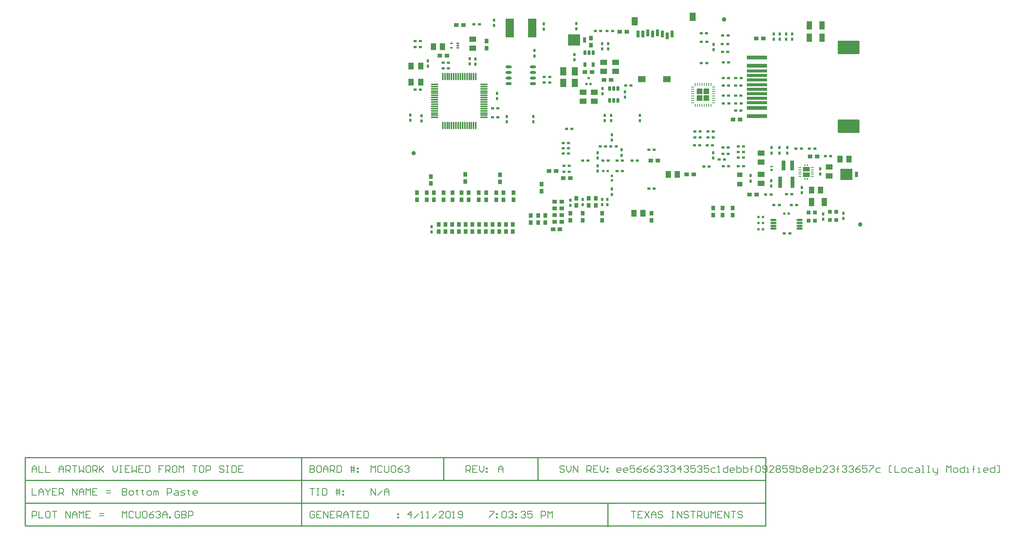
<source format=gbp>
G04*
G04 #@! TF.GenerationSoftware,Altium Limited,Altium Designer,18.1.9 (240)*
G04*
G04 Layer_Color=128*
%FSAX25Y25*%
%MOIN*%
G70*
G01*
G75*
%ADD15C,0.00800*%
%ADD16C,0.01000*%
G04:AMPARAMS|DCode=25|XSize=50mil|YSize=50mil|CornerRadius=2mil|HoleSize=0mil|Usage=FLASHONLY|Rotation=90.000|XOffset=0mil|YOffset=0mil|HoleType=Round|Shape=RoundedRectangle|*
%AMROUNDEDRECTD25*
21,1,0.05000,0.04600,0,0,90.0*
21,1,0.04600,0.05000,0,0,90.0*
1,1,0.00400,0.02300,0.02300*
1,1,0.00400,0.02300,-0.02300*
1,1,0.00400,-0.02300,-0.02300*
1,1,0.00400,-0.02300,0.02300*
%
%ADD25ROUNDEDRECTD25*%
G04:AMPARAMS|DCode=27|XSize=118.11mil|YSize=192.91mil|CornerRadius=1.77mil|HoleSize=0mil|Usage=FLASHONLY|Rotation=90.000|XOffset=0mil|YOffset=0mil|HoleType=Round|Shape=RoundedRectangle|*
%AMROUNDEDRECTD27*
21,1,0.11811,0.18937,0,0,90.0*
21,1,0.11457,0.19291,0,0,90.0*
1,1,0.00354,0.09469,0.05728*
1,1,0.00354,0.09469,-0.05728*
1,1,0.00354,-0.09469,-0.05728*
1,1,0.00354,-0.09469,0.05728*
%
%ADD27ROUNDEDRECTD27*%
G04:AMPARAMS|DCode=28|XSize=31.89mil|YSize=181.1mil|CornerRadius=1.91mil|HoleSize=0mil|Usage=FLASHONLY|Rotation=90.000|XOffset=0mil|YOffset=0mil|HoleType=Round|Shape=RoundedRectangle|*
%AMROUNDEDRECTD28*
21,1,0.03189,0.17728,0,0,90.0*
21,1,0.02806,0.18110,0,0,90.0*
1,1,0.00383,0.08864,0.01403*
1,1,0.00383,0.08864,-0.01403*
1,1,0.00383,-0.08864,-0.01403*
1,1,0.00383,-0.08864,0.01403*
%
%ADD28ROUNDEDRECTD28*%
G04:AMPARAMS|DCode=29|XSize=24.02mil|YSize=181.1mil|CornerRadius=1.92mil|HoleSize=0mil|Usage=FLASHONLY|Rotation=90.000|XOffset=0mil|YOffset=0mil|HoleType=Round|Shape=RoundedRectangle|*
%AMROUNDEDRECTD29*
21,1,0.02402,0.17726,0,0,90.0*
21,1,0.02017,0.18110,0,0,90.0*
1,1,0.00384,0.08863,0.01009*
1,1,0.00384,0.08863,-0.01009*
1,1,0.00384,-0.08863,-0.01009*
1,1,0.00384,-0.08863,0.01009*
%
%ADD29ROUNDEDRECTD29*%
%ADD33R,0.04724X0.04331*%
G04:AMPARAMS|DCode=39|XSize=9.84mil|YSize=23.62mil|CornerRadius=1.97mil|HoleSize=0mil|Usage=FLASHONLY|Rotation=180.000|XOffset=0mil|YOffset=0mil|HoleType=Round|Shape=RoundedRectangle|*
%AMROUNDEDRECTD39*
21,1,0.00984,0.01968,0,0,180.0*
21,1,0.00591,0.02362,0,0,180.0*
1,1,0.00394,-0.00295,0.00984*
1,1,0.00394,0.00295,0.00984*
1,1,0.00394,0.00295,-0.00984*
1,1,0.00394,-0.00295,-0.00984*
%
%ADD39ROUNDEDRECTD39*%
G04:AMPARAMS|DCode=40|XSize=9.84mil|YSize=23.62mil|CornerRadius=1.97mil|HoleSize=0mil|Usage=FLASHONLY|Rotation=90.000|XOffset=0mil|YOffset=0mil|HoleType=Round|Shape=RoundedRectangle|*
%AMROUNDEDRECTD40*
21,1,0.00984,0.01968,0,0,90.0*
21,1,0.00591,0.02362,0,0,90.0*
1,1,0.00394,0.00984,0.00295*
1,1,0.00394,0.00984,-0.00295*
1,1,0.00394,-0.00984,-0.00295*
1,1,0.00394,-0.00984,0.00295*
%
%ADD40ROUNDEDRECTD40*%
%ADD41O,0.05512X0.01772*%
%ADD47C,0.03937*%
G04:AMPARAMS|DCode=52|XSize=23.62mil|YSize=39.37mil|CornerRadius=2.01mil|HoleSize=0mil|Usage=FLASHONLY|Rotation=180.000|XOffset=0mil|YOffset=0mil|HoleType=Round|Shape=RoundedRectangle|*
%AMROUNDEDRECTD52*
21,1,0.02362,0.03535,0,0,180.0*
21,1,0.01961,0.03937,0,0,180.0*
1,1,0.00402,-0.00980,0.01768*
1,1,0.00402,0.00980,0.01768*
1,1,0.00402,0.00980,-0.01768*
1,1,0.00402,-0.00980,-0.01768*
%
%ADD52ROUNDEDRECTD52*%
%ADD54O,0.05500X0.02362*%
%ADD55R,0.03937X0.03740*%
%ADD57R,0.03150X0.02362*%
%ADD58R,0.02362X0.03150*%
%ADD59R,0.03740X0.03937*%
%ADD60R,0.06300X0.05000*%
%ADD140R,0.03347X0.09055*%
%ADD141R,0.01968X0.02362*%
%ADD142R,0.02362X0.02165*%
%ADD143R,0.03504X0.10000*%
%ADD144O,0.07087X0.01181*%
%ADD145O,0.01181X0.07087*%
%ADD146R,0.04921X0.06299*%
G04:AMPARAMS|DCode=147|XSize=35.43mil|YSize=31.5mil|CornerRadius=1.89mil|HoleSize=0mil|Usage=FLASHONLY|Rotation=270.000|XOffset=0mil|YOffset=0mil|HoleType=Round|Shape=RoundedRectangle|*
%AMROUNDEDRECTD147*
21,1,0.03543,0.02772,0,0,270.0*
21,1,0.03165,0.03150,0,0,270.0*
1,1,0.00378,-0.01386,-0.01583*
1,1,0.00378,-0.01386,0.01583*
1,1,0.00378,0.01386,0.01583*
1,1,0.00378,0.01386,-0.01583*
%
%ADD147ROUNDEDRECTD147*%
G04:AMPARAMS|DCode=148|XSize=11.81mil|YSize=26.38mil|CornerRadius=1.95mil|HoleSize=0mil|Usage=FLASHONLY|Rotation=90.000|XOffset=0mil|YOffset=0mil|HoleType=Round|Shape=RoundedRectangle|*
%AMROUNDEDRECTD148*
21,1,0.01181,0.02248,0,0,90.0*
21,1,0.00791,0.02638,0,0,90.0*
1,1,0.00390,0.01124,0.00396*
1,1,0.00390,0.01124,-0.00396*
1,1,0.00390,-0.01124,-0.00396*
1,1,0.00390,-0.01124,0.00396*
%
%ADD148ROUNDEDRECTD148*%
G04:AMPARAMS|DCode=149|XSize=23.62mil|YSize=9.45mil|CornerRadius=1.98mil|HoleSize=0mil|Usage=FLASHONLY|Rotation=180.000|XOffset=0mil|YOffset=0mil|HoleType=Round|Shape=RoundedRectangle|*
%AMROUNDEDRECTD149*
21,1,0.02362,0.00548,0,0,180.0*
21,1,0.01965,0.00945,0,0,180.0*
1,1,0.00397,-0.00983,0.00274*
1,1,0.00397,0.00983,0.00274*
1,1,0.00397,0.00983,-0.00274*
1,1,0.00397,-0.00983,-0.00274*
%
%ADD149ROUNDEDRECTD149*%
%ADD151R,0.01968X0.02362*%
%ADD152R,0.05512X0.07480*%
%ADD153R,0.03150X0.05906*%
%ADD154R,0.07087X0.05512*%
G04:AMPARAMS|DCode=155|XSize=70.87mil|YSize=55.12mil|CornerRadius=1.93mil|HoleSize=0mil|Usage=FLASHONLY|Rotation=90.000|XOffset=0mil|YOffset=0mil|HoleType=Round|Shape=RoundedRectangle|*
%AMROUNDEDRECTD155*
21,1,0.07087,0.05126,0,0,90.0*
21,1,0.06701,0.05512,0,0,90.0*
1,1,0.00386,0.02563,0.03350*
1,1,0.00386,0.02563,-0.03350*
1,1,0.00386,-0.02563,-0.03350*
1,1,0.00386,-0.02563,0.03350*
%
%ADD155ROUNDEDRECTD155*%
%ADD156R,0.07284X0.17165*%
%ADD157R,0.05118X0.07284*%
%ADD158R,0.02362X0.01968*%
%ADD159R,0.03000X0.05000*%
%ADD160R,0.10500X0.10000*%
%ADD161R,0.05000X0.06300*%
%ADD184R,0.01968X0.01772*%
G36*
X0363950Y0093353D02*
X0364005Y0093298D01*
X0364035Y0093225D01*
Y0093186D01*
Y0089407D01*
Y0089367D01*
X0364005Y0089295D01*
X0363950Y0089240D01*
X0363878Y0089210D01*
X0358287D01*
X0358215Y0089240D01*
X0358160Y0089295D01*
X0358130Y0089367D01*
Y0089407D01*
Y0093186D01*
Y0093225D01*
X0358160Y0093298D01*
X0358215Y0093353D01*
X0358287Y0093383D01*
X0363878D01*
X0363950Y0093353D01*
D02*
G37*
G36*
X0362474Y0088392D02*
X0362529Y0088337D01*
X0362559Y0088265D01*
Y0088226D01*
Y0087281D01*
Y0087242D01*
X0362529Y0087169D01*
X0362474Y0087114D01*
X0362401Y0087084D01*
X0361732D01*
X0361660Y0087114D01*
X0361605Y0087169D01*
X0361575Y0087242D01*
Y0087281D01*
Y0088226D01*
Y0088265D01*
X0361605Y0088337D01*
X0361660Y0088392D01*
X0361732Y0088422D01*
X0362401D01*
X0362474Y0088392D01*
D02*
G37*
G36*
X0360505D02*
X0360560Y0088337D01*
X0360590Y0088265D01*
Y0088226D01*
Y0087281D01*
Y0087242D01*
X0360560Y0087169D01*
X0360505Y0087114D01*
X0360433Y0087084D01*
X0359764D01*
X0359691Y0087114D01*
X0359636Y0087169D01*
X0359606Y0087242D01*
Y0087281D01*
Y0088226D01*
Y0088265D01*
X0359636Y0088337D01*
X0359691Y0088392D01*
X0359764Y0088422D01*
X0360433D01*
X0360505Y0088392D01*
D02*
G37*
G36*
X0362362Y0100470D02*
X0362401D01*
X0362474Y0100440D01*
X0362529Y0100384D01*
X0362559Y0100312D01*
Y0100273D01*
Y0099328D01*
Y0099289D01*
X0362529Y0099216D01*
X0362474Y0099161D01*
X0362401Y0099131D01*
X0361732D01*
X0361660Y0099161D01*
X0361605Y0099216D01*
X0361575Y0099289D01*
Y0099328D01*
Y0100273D01*
Y0100312D01*
X0361605Y0100384D01*
X0361660Y0100440D01*
X0361732Y0100470D01*
X0361771Y0100470D01*
X0362362D01*
Y0100470D01*
D02*
G37*
G36*
X0360394D02*
X0360433D01*
X0360505Y0100440D01*
X0360560Y0100384D01*
X0360590Y0100312D01*
Y0100273D01*
Y0099328D01*
Y0099289D01*
X0360560Y0099216D01*
X0360505Y0099161D01*
X0360433Y0099131D01*
X0359764D01*
X0359691Y0099161D01*
X0359636Y0099216D01*
X0359606Y0099289D01*
Y0099328D01*
Y0100273D01*
Y0100312D01*
X0359636Y0100384D01*
X0359691Y0100440D01*
X0359764Y0100470D01*
X0359803Y0100470D01*
X0360394D01*
Y0100470D01*
D02*
G37*
G36*
X0363950Y0098314D02*
X0364005Y0098258D01*
X0364035Y0098186D01*
Y0098147D01*
Y0094367D01*
Y0094328D01*
X0364005Y0094256D01*
X0363950Y0094200D01*
X0363878Y0094170D01*
X0358287D01*
X0358215Y0094200D01*
X0358160Y0094256D01*
X0358130Y0094328D01*
Y0094367D01*
Y0098147D01*
Y0098186D01*
X0358160Y0098258D01*
X0358215Y0098314D01*
X0358287Y0098344D01*
X0363878D01*
X0363950Y0098314D01*
D02*
G37*
G54D15*
X-0248386Y-0188580D02*
Y-0194578D01*
X-0245387D01*
X-0244388Y-0193578D01*
Y-0192579D01*
X-0245387Y-0191579D01*
X-0248386D01*
X-0245387D01*
X-0244388Y-0190579D01*
Y-0189579D01*
X-0245387Y-0188580D01*
X-0248386D01*
X-0241389Y-0194578D02*
X-0239389D01*
X-0238390Y-0193578D01*
Y-0191579D01*
X-0239389Y-0190579D01*
X-0241389D01*
X-0242388Y-0191579D01*
Y-0193578D01*
X-0241389Y-0194578D01*
X-0235391Y-0189579D02*
Y-0190579D01*
X-0236390D01*
X-0234391D01*
X-0235391D01*
Y-0193578D01*
X-0234391Y-0194578D01*
X-0230392Y-0189579D02*
Y-0190579D01*
X-0231392D01*
X-0229393D01*
X-0230392D01*
Y-0193578D01*
X-0229393Y-0194578D01*
X-0225394D02*
X-0223394D01*
X-0222395Y-0193578D01*
Y-0191579D01*
X-0223394Y-0190579D01*
X-0225394D01*
X-0226394Y-0191579D01*
Y-0193578D01*
X-0225394Y-0194578D01*
X-0220395D02*
Y-0190579D01*
X-0219396D01*
X-0218396Y-0191579D01*
Y-0194578D01*
Y-0191579D01*
X-0217396Y-0190579D01*
X-0216397Y-0191579D01*
Y-0194578D01*
X-0208399D02*
Y-0188580D01*
X-0205400D01*
X-0204401Y-0189579D01*
Y-0191579D01*
X-0205400Y-0192579D01*
X-0208399D01*
X-0201402Y-0190579D02*
X-0199402D01*
X-0198403Y-0191579D01*
Y-0194578D01*
X-0201402D01*
X-0202401Y-0193578D01*
X-0201402Y-0192579D01*
X-0198403D01*
X-0196403Y-0194578D02*
X-0193404D01*
X-0192404Y-0193578D01*
X-0193404Y-0192579D01*
X-0195404D01*
X-0196403Y-0191579D01*
X-0195404Y-0190579D01*
X-0192404D01*
X-0189406Y-0189579D02*
Y-0190579D01*
X-0190405D01*
X-0188406D01*
X-0189406D01*
Y-0193578D01*
X-0188406Y-0194578D01*
X-0182408D02*
X-0184407D01*
X-0185407Y-0193578D01*
Y-0191579D01*
X-0184407Y-0190579D01*
X-0182408D01*
X-0181408Y-0191579D01*
Y-0192579D01*
X-0185407D01*
X0195113Y-0174295D02*
X0193113D01*
X0192114Y-0173296D01*
Y-0171296D01*
X0193113Y-0170297D01*
X0195113D01*
X0196112Y-0171296D01*
Y-0172296D01*
X0192114D01*
X0201111Y-0174295D02*
X0199111D01*
X0198112Y-0173296D01*
Y-0171296D01*
X0199111Y-0170297D01*
X0201111D01*
X0202110Y-0171296D01*
Y-0172296D01*
X0198112D01*
X0208108Y-0168297D02*
X0204110D01*
Y-0171296D01*
X0206109Y-0170297D01*
X0207109D01*
X0208108Y-0171296D01*
Y-0173296D01*
X0207109Y-0174295D01*
X0205109D01*
X0204110Y-0173296D01*
X0214106Y-0168297D02*
X0212107Y-0169297D01*
X0210108Y-0171296D01*
Y-0173296D01*
X0211107Y-0174295D01*
X0213107D01*
X0214106Y-0173296D01*
Y-0172296D01*
X0213107Y-0171296D01*
X0210108D01*
X0220105Y-0168297D02*
X0218105Y-0169297D01*
X0216106Y-0171296D01*
Y-0173296D01*
X0217106Y-0174295D01*
X0219105D01*
X0220105Y-0173296D01*
Y-0172296D01*
X0219105Y-0171296D01*
X0216106D01*
X0226103Y-0168297D02*
X0224103Y-0169297D01*
X0222104Y-0171296D01*
Y-0173296D01*
X0223104Y-0174295D01*
X0225103D01*
X0226103Y-0173296D01*
Y-0172296D01*
X0225103Y-0171296D01*
X0222104D01*
X0228102Y-0169297D02*
X0229102Y-0168297D01*
X0231101D01*
X0232101Y-0169297D01*
Y-0170297D01*
X0231101Y-0171296D01*
X0230101D01*
X0231101D01*
X0232101Y-0172296D01*
Y-0173296D01*
X0231101Y-0174295D01*
X0229102D01*
X0228102Y-0173296D01*
X0234100Y-0169297D02*
X0235100Y-0168297D01*
X0237099D01*
X0238099Y-0169297D01*
Y-0170297D01*
X0237099Y-0171296D01*
X0236099D01*
X0237099D01*
X0238099Y-0172296D01*
Y-0173296D01*
X0237099Y-0174295D01*
X0235100D01*
X0234100Y-0173296D01*
X0240098Y-0169297D02*
X0241098Y-0168297D01*
X0243097D01*
X0244097Y-0169297D01*
Y-0170297D01*
X0243097Y-0171296D01*
X0242097D01*
X0243097D01*
X0244097Y-0172296D01*
Y-0173296D01*
X0243097Y-0174295D01*
X0241098D01*
X0240098Y-0173296D01*
X0249095Y-0174295D02*
Y-0168297D01*
X0246096Y-0171296D01*
X0250095D01*
X0252094Y-0169297D02*
X0253094Y-0168297D01*
X0255093D01*
X0256093Y-0169297D01*
Y-0170297D01*
X0255093Y-0171296D01*
X0254094D01*
X0255093D01*
X0256093Y-0172296D01*
Y-0173296D01*
X0255093Y-0174295D01*
X0253094D01*
X0252094Y-0173296D01*
X0262091Y-0168297D02*
X0258092D01*
Y-0171296D01*
X0260092Y-0170297D01*
X0261091D01*
X0262091Y-0171296D01*
Y-0173296D01*
X0261091Y-0174295D01*
X0259092D01*
X0258092Y-0173296D01*
X0264090Y-0169297D02*
X0265090Y-0168297D01*
X0267089D01*
X0268089Y-0169297D01*
Y-0170297D01*
X0267089Y-0171296D01*
X0266090D01*
X0267089D01*
X0268089Y-0172296D01*
Y-0173296D01*
X0267089Y-0174295D01*
X0265090D01*
X0264090Y-0173296D01*
X0274087Y-0168297D02*
X0270088D01*
Y-0171296D01*
X0272088Y-0170297D01*
X0273087D01*
X0274087Y-0171296D01*
Y-0173296D01*
X0273087Y-0174295D01*
X0271088D01*
X0270088Y-0173296D01*
X0280085Y-0170297D02*
X0277086D01*
X0276086Y-0171296D01*
Y-0173296D01*
X0277086Y-0174295D01*
X0280085D01*
X0282084D02*
X0284084D01*
X0283084D01*
Y-0168297D01*
X0282084Y-0169297D01*
X0291082Y-0168297D02*
Y-0174295D01*
X0288083D01*
X0287083Y-0173296D01*
Y-0171296D01*
X0288083Y-0170297D01*
X0291082D01*
X0296080Y-0174295D02*
X0294081D01*
X0293081Y-0173296D01*
Y-0171296D01*
X0294081Y-0170297D01*
X0296080D01*
X0297080Y-0171296D01*
Y-0172296D01*
X0293081D01*
X0299079Y-0168297D02*
Y-0174295D01*
X0302078D01*
X0303078Y-0173296D01*
Y-0172296D01*
Y-0171296D01*
X0302078Y-0170297D01*
X0299079D01*
X0305077Y-0168297D02*
Y-0174295D01*
X0308076D01*
X0309076Y-0173296D01*
Y-0172296D01*
Y-0171296D01*
X0308076Y-0170297D01*
X0305077D01*
X0312075Y-0174295D02*
Y-0169297D01*
Y-0171296D01*
X0311075D01*
X0313074D01*
X0312075D01*
Y-0169297D01*
X0313074Y-0168297D01*
X0316073Y-0169297D02*
X0317073Y-0168297D01*
X0319073D01*
X0320072Y-0169297D01*
Y-0173296D01*
X0319073Y-0174295D01*
X0317073D01*
X0316073Y-0173296D01*
Y-0169297D01*
X0322072Y-0173296D02*
X0323071Y-0174295D01*
X0325071D01*
X0326070Y-0173296D01*
Y-0169297D01*
X0325071Y-0168297D01*
X0323071D01*
X0322072Y-0169297D01*
Y-0170297D01*
X0323071Y-0171296D01*
X0326070D01*
X0332068Y-0174295D02*
X0328070D01*
X0332068Y-0170297D01*
Y-0169297D01*
X0331069Y-0168297D01*
X0329069D01*
X0328070Y-0169297D01*
X0334068D02*
X0335067Y-0168297D01*
X0337067D01*
X0338066Y-0169297D01*
Y-0170297D01*
X0337067Y-0171296D01*
X0338066Y-0172296D01*
Y-0173296D01*
X0337067Y-0174295D01*
X0335067D01*
X0334068Y-0173296D01*
Y-0172296D01*
X0335067Y-0171296D01*
X0334068Y-0170297D01*
Y-0169297D01*
X0335067Y-0171296D02*
X0337067D01*
X0344064Y-0168297D02*
X0340066D01*
Y-0171296D01*
X0342065Y-0170297D01*
X0343065D01*
X0344064Y-0171296D01*
Y-0173296D01*
X0343065Y-0174295D01*
X0341065D01*
X0340066Y-0173296D01*
X0346064D02*
X0347063Y-0174295D01*
X0349063D01*
X0350062Y-0173296D01*
Y-0169297D01*
X0349063Y-0168297D01*
X0347063D01*
X0346064Y-0169297D01*
Y-0170297D01*
X0347063Y-0171296D01*
X0350062D01*
X0352062Y-0168297D02*
Y-0174295D01*
X0355061D01*
X0356061Y-0173296D01*
Y-0172296D01*
Y-0171296D01*
X0355061Y-0170297D01*
X0352062D01*
X0358060Y-0169297D02*
X0359060Y-0168297D01*
X0361059D01*
X0362059Y-0169297D01*
Y-0170297D01*
X0361059Y-0171296D01*
X0362059Y-0172296D01*
Y-0173296D01*
X0361059Y-0174295D01*
X0359060D01*
X0358060Y-0173296D01*
Y-0172296D01*
X0359060Y-0171296D01*
X0358060Y-0170297D01*
Y-0169297D01*
X0359060Y-0171296D02*
X0361059D01*
X0367057Y-0174295D02*
X0365058D01*
X0364058Y-0173296D01*
Y-0171296D01*
X0365058Y-0170297D01*
X0367057D01*
X0368057Y-0171296D01*
Y-0172296D01*
X0364058D01*
X0370056Y-0168297D02*
Y-0174295D01*
X0373055D01*
X0374055Y-0173296D01*
Y-0172296D01*
Y-0171296D01*
X0373055Y-0170297D01*
X0370056D01*
X0380053Y-0174295D02*
X0376054D01*
X0380053Y-0170297D01*
Y-0169297D01*
X0379053Y-0168297D01*
X0377054D01*
X0376054Y-0169297D01*
X0382052D02*
X0383052Y-0168297D01*
X0385051D01*
X0386051Y-0169297D01*
Y-0170297D01*
X0385051Y-0171296D01*
X0384051D01*
X0385051D01*
X0386051Y-0172296D01*
Y-0173296D01*
X0385051Y-0174295D01*
X0383052D01*
X0382052Y-0173296D01*
X0389050Y-0174295D02*
Y-0169297D01*
Y-0171296D01*
X0388050D01*
X0390050D01*
X0389050D01*
Y-0169297D01*
X0390050Y-0168297D01*
X0393049Y-0169297D02*
X0394048Y-0168297D01*
X0396048D01*
X0397047Y-0169297D01*
Y-0170297D01*
X0396048Y-0171296D01*
X0395048D01*
X0396048D01*
X0397047Y-0172296D01*
Y-0173296D01*
X0396048Y-0174295D01*
X0394048D01*
X0393049Y-0173296D01*
X0399047Y-0169297D02*
X0400046Y-0168297D01*
X0402046D01*
X0403045Y-0169297D01*
Y-0170297D01*
X0402046Y-0171296D01*
X0401046D01*
X0402046D01*
X0403045Y-0172296D01*
Y-0173296D01*
X0402046Y-0174295D01*
X0400046D01*
X0399047Y-0173296D01*
X0409043Y-0168297D02*
X0407044Y-0169297D01*
X0405045Y-0171296D01*
Y-0173296D01*
X0406044Y-0174295D01*
X0408044D01*
X0409043Y-0173296D01*
Y-0172296D01*
X0408044Y-0171296D01*
X0405045D01*
X0415041Y-0168297D02*
X0411043D01*
Y-0171296D01*
X0413042Y-0170297D01*
X0414042D01*
X0415041Y-0171296D01*
Y-0173296D01*
X0414042Y-0174295D01*
X0412043D01*
X0411043Y-0173296D01*
X0417041Y-0168297D02*
X0421039D01*
Y-0169297D01*
X0417041Y-0173296D01*
Y-0174295D01*
X0427038Y-0170297D02*
X0424039D01*
X0423039Y-0171296D01*
Y-0173296D01*
X0424039Y-0174295D01*
X0427038D01*
X0437034D02*
X0435035D01*
Y-0168297D01*
X0437034D01*
X0440033D02*
Y-0174295D01*
X0444032D01*
X0447031D02*
X0449030D01*
X0450030Y-0173296D01*
Y-0171296D01*
X0449030Y-0170297D01*
X0447031D01*
X0446032Y-0171296D01*
Y-0173296D01*
X0447031Y-0174295D01*
X0456028Y-0170297D02*
X0453029D01*
X0452030Y-0171296D01*
Y-0173296D01*
X0453029Y-0174295D01*
X0456028D01*
X0459027Y-0170297D02*
X0461027D01*
X0462026Y-0171296D01*
Y-0174295D01*
X0459027D01*
X0458028Y-0173296D01*
X0459027Y-0172296D01*
X0462026D01*
X0464026Y-0174295D02*
X0466025D01*
X0465025D01*
Y-0168297D01*
X0464026D01*
X0469024Y-0174295D02*
X0471023D01*
X0470024D01*
Y-0168297D01*
X0469024D01*
X0474022Y-0170297D02*
Y-0173296D01*
X0475022Y-0174295D01*
X0478021D01*
Y-0175295D01*
X0477021Y-0176295D01*
X0476022D01*
X0478021Y-0174295D02*
Y-0170297D01*
X0486019Y-0174295D02*
Y-0168297D01*
X0488018Y-0170297D01*
X0490017Y-0168297D01*
Y-0174295D01*
X0493016D02*
X0495016D01*
X0496015Y-0173296D01*
Y-0171296D01*
X0495016Y-0170297D01*
X0493016D01*
X0492017Y-0171296D01*
Y-0173296D01*
X0493016Y-0174295D01*
X0502013Y-0168297D02*
Y-0174295D01*
X0499014D01*
X0498015Y-0173296D01*
Y-0171296D01*
X0499014Y-0170297D01*
X0502013D01*
X0504013Y-0174295D02*
X0506012D01*
X0505012D01*
Y-0170297D01*
X0504013D01*
X0510011Y-0174295D02*
Y-0169297D01*
Y-0171296D01*
X0509011D01*
X0511010D01*
X0510011D01*
Y-0169297D01*
X0511010Y-0168297D01*
X0514010Y-0174295D02*
X0516009D01*
X0515009D01*
Y-0170297D01*
X0514010D01*
X0522007Y-0174295D02*
X0520008D01*
X0519008Y-0173296D01*
Y-0171296D01*
X0520008Y-0170297D01*
X0522007D01*
X0523006Y-0171296D01*
Y-0172296D01*
X0519008D01*
X0529005Y-0168297D02*
Y-0174295D01*
X0526006D01*
X0525006Y-0173296D01*
Y-0171296D01*
X0526006Y-0170297D01*
X0529005D01*
X0531004Y-0174295D02*
X0533003D01*
Y-0168297D01*
X0531004D01*
X0145512Y-0169297D02*
X0144513Y-0168297D01*
X0142513D01*
X0141514Y-0169297D01*
Y-0170297D01*
X0142513Y-0171296D01*
X0144513D01*
X0145512Y-0172296D01*
Y-0173296D01*
X0144513Y-0174295D01*
X0142513D01*
X0141514Y-0173296D01*
X0147512Y-0168297D02*
Y-0172296D01*
X0149511Y-0174295D01*
X0151510Y-0172296D01*
Y-0168297D01*
X0153510Y-0174295D02*
Y-0168297D01*
X0157508Y-0174295D01*
Y-0168297D01*
X0165506Y-0174295D02*
Y-0168297D01*
X0168505D01*
X0169504Y-0169297D01*
Y-0171296D01*
X0168505Y-0172296D01*
X0165506D01*
X0167505D02*
X0169504Y-0174295D01*
X0175503Y-0168297D02*
X0171504D01*
Y-0174295D01*
X0175503D01*
X0171504Y-0171296D02*
X0173503D01*
X0177502Y-0168297D02*
Y-0172296D01*
X0179501Y-0174295D01*
X0181501Y-0172296D01*
Y-0168297D01*
X0183500Y-0170297D02*
X0184500D01*
Y-0171296D01*
X0183500D01*
Y-0170297D01*
Y-0173296D02*
X0184500D01*
Y-0174295D01*
X0183500D01*
Y-0173296D01*
X0057714Y-0174295D02*
Y-0168297D01*
X0060713D01*
X0061712Y-0169297D01*
Y-0171296D01*
X0060713Y-0172296D01*
X0057714D01*
X0059713D02*
X0061712Y-0174295D01*
X0067710Y-0168297D02*
X0063712D01*
Y-0174295D01*
X0067710D01*
X0063712Y-0171296D02*
X0065711D01*
X0069710Y-0168297D02*
Y-0172296D01*
X0071709Y-0174295D01*
X0073708Y-0172296D01*
Y-0168297D01*
X0075708Y-0170297D02*
X0076708D01*
Y-0171296D01*
X0075708D01*
Y-0170297D01*
Y-0173296D02*
X0076708D01*
Y-0174295D01*
X0075708D01*
Y-0173296D01*
X-0248386Y-0215162D02*
Y-0209164D01*
X-0246387Y-0211163D01*
X-0244388Y-0209164D01*
Y-0215162D01*
X-0238390Y-0210164D02*
X-0239389Y-0209164D01*
X-0241389D01*
X-0242388Y-0210164D01*
Y-0214162D01*
X-0241389Y-0215162D01*
X-0239389D01*
X-0238390Y-0214162D01*
X-0236390Y-0209164D02*
Y-0214162D01*
X-0235391Y-0215162D01*
X-0233391D01*
X-0232392Y-0214162D01*
Y-0209164D01*
X-0230392Y-0210164D02*
X-0229393Y-0209164D01*
X-0227393D01*
X-0226394Y-0210164D01*
Y-0214162D01*
X-0227393Y-0215162D01*
X-0229393D01*
X-0230392Y-0214162D01*
Y-0210164D01*
X-0220395Y-0209164D02*
X-0222395Y-0210164D01*
X-0224394Y-0212163D01*
Y-0214162D01*
X-0223394Y-0215162D01*
X-0221395D01*
X-0220395Y-0214162D01*
Y-0213163D01*
X-0221395Y-0212163D01*
X-0224394D01*
X-0218396Y-0210164D02*
X-0217396Y-0209164D01*
X-0215397D01*
X-0214397Y-0210164D01*
Y-0211163D01*
X-0215397Y-0212163D01*
X-0216397D01*
X-0215397D01*
X-0214397Y-0213163D01*
Y-0214162D01*
X-0215397Y-0215162D01*
X-0217396D01*
X-0218396Y-0214162D01*
X-0212398Y-0215162D02*
Y-0211163D01*
X-0210399Y-0209164D01*
X-0208399Y-0211163D01*
Y-0215162D01*
Y-0212163D01*
X-0212398D01*
X-0206400Y-0215162D02*
Y-0214162D01*
X-0205400D01*
Y-0215162D01*
X-0206400D01*
X-0197403Y-0210164D02*
X-0198403Y-0209164D01*
X-0200402D01*
X-0201402Y-0210164D01*
Y-0214162D01*
X-0200402Y-0215162D01*
X-0198403D01*
X-0197403Y-0214162D01*
Y-0212163D01*
X-0199402D01*
X-0195404Y-0209164D02*
Y-0215162D01*
X-0192404D01*
X-0191405Y-0214162D01*
Y-0213163D01*
X-0192404Y-0212163D01*
X-0195404D01*
X-0192404D01*
X-0191405Y-0211163D01*
Y-0210164D01*
X-0192404Y-0209164D01*
X-0195404D01*
X-0189406Y-0215162D02*
Y-0209164D01*
X-0186406D01*
X-0185407Y-0210164D01*
Y-0212163D01*
X-0186406Y-0213163D01*
X-0189406D01*
X0008863Y-0215162D02*
Y-0209164D01*
X0005864Y-0212163D01*
X0009862D01*
X0011862Y-0215162D02*
X0015860Y-0211163D01*
X0017860Y-0215162D02*
X0019859D01*
X0018859D01*
Y-0209164D01*
X0017860Y-0210164D01*
X0022858Y-0215162D02*
X0024858D01*
X0023858D01*
Y-0209164D01*
X0022858Y-0210164D01*
X0027856Y-0215162D02*
X0031855Y-0211163D01*
X0037853Y-0215162D02*
X0033854D01*
X0037853Y-0211163D01*
Y-0210164D01*
X0036854Y-0209164D01*
X0034854D01*
X0033854Y-0210164D01*
X0039853D02*
X0040852Y-0209164D01*
X0042852D01*
X0043851Y-0210164D01*
Y-0214162D01*
X0042852Y-0215162D01*
X0040852D01*
X0039853Y-0214162D01*
Y-0210164D01*
X0045851Y-0215162D02*
X0047850D01*
X0046850D01*
Y-0209164D01*
X0045851Y-0210164D01*
X0050849Y-0214162D02*
X0051849Y-0215162D01*
X0053848D01*
X0054848Y-0214162D01*
Y-0210164D01*
X0053848Y-0209164D01*
X0051849D01*
X0050849Y-0210164D01*
Y-0211163D01*
X0051849Y-0212163D01*
X0054848D01*
X-0077088Y-0210164D02*
X-0078087Y-0209164D01*
X-0080087D01*
X-0081086Y-0210164D01*
Y-0214162D01*
X-0080087Y-0215162D01*
X-0078087D01*
X-0077088Y-0214162D01*
Y-0212163D01*
X-0079087D01*
X-0071090Y-0209164D02*
X-0075088D01*
Y-0215162D01*
X-0071090D01*
X-0075088Y-0212163D02*
X-0073089D01*
X-0069090Y-0215162D02*
Y-0209164D01*
X-0065092Y-0215162D01*
Y-0209164D01*
X-0059093D02*
X-0063092D01*
Y-0215162D01*
X-0059093D01*
X-0063092Y-0212163D02*
X-0061093D01*
X-0057094Y-0215162D02*
Y-0209164D01*
X-0054095D01*
X-0053096Y-0210164D01*
Y-0212163D01*
X-0054095Y-0213163D01*
X-0057094D01*
X-0055095D02*
X-0053096Y-0215162D01*
X-0051096D02*
Y-0211163D01*
X-0049097Y-0209164D01*
X-0047097Y-0211163D01*
Y-0215162D01*
Y-0212163D01*
X-0051096D01*
X-0045098Y-0209164D02*
X-0041099D01*
X-0043099D01*
Y-0215162D01*
X-0035101Y-0209164D02*
X-0039100D01*
Y-0215162D01*
X-0035101D01*
X-0039100Y-0212163D02*
X-0037101D01*
X-0033102Y-0209164D02*
Y-0215162D01*
X-0030103D01*
X-0029103Y-0214162D01*
Y-0210164D01*
X-0030103Y-0209164D01*
X-0033102D01*
X-0003112Y-0211163D02*
X-0002112D01*
Y-0212163D01*
X-0003112D01*
Y-0211163D01*
Y-0214162D02*
X-0002112D01*
Y-0215162D01*
X-0003112D01*
Y-0214162D01*
X-0328936Y-0174295D02*
Y-0170297D01*
X-0326937Y-0168297D01*
X-0324938Y-0170297D01*
Y-0174295D01*
Y-0171296D01*
X-0328936D01*
X-0322938Y-0168297D02*
Y-0174295D01*
X-0318940D01*
X-0316940Y-0168297D02*
Y-0174295D01*
X-0312942D01*
X-0304944D02*
Y-0170297D01*
X-0302945Y-0168297D01*
X-0300945Y-0170297D01*
Y-0174295D01*
Y-0171296D01*
X-0304944D01*
X-0298946Y-0174295D02*
Y-0168297D01*
X-0295947D01*
X-0294947Y-0169297D01*
Y-0171296D01*
X-0295947Y-0172296D01*
X-0298946D01*
X-0296947D02*
X-0294947Y-0174295D01*
X-0292948Y-0168297D02*
X-0288949D01*
X-0290949D01*
Y-0174295D01*
X-0286950Y-0168297D02*
Y-0174295D01*
X-0284951Y-0172296D01*
X-0282951Y-0174295D01*
Y-0168297D01*
X-0277953D02*
X-0279952D01*
X-0280952Y-0169297D01*
Y-0173296D01*
X-0279952Y-0174295D01*
X-0277953D01*
X-0276953Y-0173296D01*
Y-0169297D01*
X-0277953Y-0168297D01*
X-0274954Y-0174295D02*
Y-0168297D01*
X-0271955D01*
X-0270955Y-0169297D01*
Y-0171296D01*
X-0271955Y-0172296D01*
X-0274954D01*
X-0272955D02*
X-0270955Y-0174295D01*
X-0268956Y-0168297D02*
Y-0174295D01*
Y-0172296D01*
X-0264957Y-0168297D01*
X-0267956Y-0171296D01*
X-0264957Y-0174295D01*
X-0256960Y-0168297D02*
Y-0172296D01*
X-0254960Y-0174295D01*
X-0252961Y-0172296D01*
Y-0168297D01*
X-0250962D02*
X-0248962D01*
X-0249962D01*
Y-0174295D01*
X-0250962D01*
X-0248962D01*
X-0241965Y-0168297D02*
X-0245963D01*
Y-0174295D01*
X-0241965D01*
X-0245963Y-0171296D02*
X-0243964D01*
X-0239965Y-0168297D02*
Y-0174295D01*
X-0237966Y-0172296D01*
X-0235966Y-0174295D01*
Y-0168297D01*
X-0229968D02*
X-0233967D01*
Y-0174295D01*
X-0229968D01*
X-0233967Y-0171296D02*
X-0231968D01*
X-0227969Y-0168297D02*
Y-0174295D01*
X-0224970D01*
X-0223970Y-0173296D01*
Y-0169297D01*
X-0224970Y-0168297D01*
X-0227969D01*
X-0211974D02*
X-0215973D01*
Y-0171296D01*
X-0213974D01*
X-0215973D01*
Y-0174295D01*
X-0209975D02*
Y-0168297D01*
X-0206976D01*
X-0205976Y-0169297D01*
Y-0171296D01*
X-0206976Y-0172296D01*
X-0209975D01*
X-0207976D02*
X-0205976Y-0174295D01*
X-0200978Y-0168297D02*
X-0202977D01*
X-0203977Y-0169297D01*
Y-0173296D01*
X-0202977Y-0174295D01*
X-0200978D01*
X-0199978Y-0173296D01*
Y-0169297D01*
X-0200978Y-0168297D01*
X-0197979Y-0174295D02*
Y-0168297D01*
X-0195979Y-0170297D01*
X-0193980Y-0168297D01*
Y-0174295D01*
X-0185983Y-0168297D02*
X-0181984D01*
X-0183983D01*
Y-0174295D01*
X-0176986Y-0168297D02*
X-0178985D01*
X-0179985Y-0169297D01*
Y-0173296D01*
X-0178985Y-0174295D01*
X-0176986D01*
X-0175986Y-0173296D01*
Y-0169297D01*
X-0176986Y-0168297D01*
X-0173986Y-0174295D02*
Y-0168297D01*
X-0170987D01*
X-0169988Y-0169297D01*
Y-0171296D01*
X-0170987Y-0172296D01*
X-0173986D01*
X-0157992Y-0169297D02*
X-0158991Y-0168297D01*
X-0160991D01*
X-0161990Y-0169297D01*
Y-0170297D01*
X-0160991Y-0171296D01*
X-0158991D01*
X-0157992Y-0172296D01*
Y-0173296D01*
X-0158991Y-0174295D01*
X-0160991D01*
X-0161990Y-0173296D01*
X-0155992Y-0168297D02*
X-0153993D01*
X-0154993D01*
Y-0174295D01*
X-0155992D01*
X-0153993D01*
X-0150994Y-0168297D02*
Y-0174295D01*
X-0147995D01*
X-0146995Y-0173296D01*
Y-0169297D01*
X-0147995Y-0168297D01*
X-0150994D01*
X-0140997D02*
X-0144996D01*
Y-0174295D01*
X-0140997D01*
X-0144996Y-0171296D02*
X-0142997D01*
X0086864Y-0174295D02*
Y-0170297D01*
X0088863Y-0168297D01*
X0090862Y-0170297D01*
Y-0174295D01*
Y-0171296D01*
X0086864D01*
X-0026736Y-0174295D02*
Y-0168297D01*
X-0024737Y-0170297D01*
X-0022738Y-0168297D01*
Y-0174295D01*
X-0016740Y-0169297D02*
X-0017739Y-0168297D01*
X-0019739D01*
X-0020738Y-0169297D01*
Y-0173296D01*
X-0019739Y-0174295D01*
X-0017739D01*
X-0016740Y-0173296D01*
X-0014740Y-0168297D02*
Y-0173296D01*
X-0013741Y-0174295D01*
X-0011741D01*
X-0010742Y-0173296D01*
Y-0168297D01*
X-0008742Y-0169297D02*
X-0007743Y-0168297D01*
X-0005743D01*
X-0004744Y-0169297D01*
Y-0173296D01*
X-0005743Y-0174295D01*
X-0007743D01*
X-0008742Y-0173296D01*
Y-0169297D01*
X0001255Y-0168297D02*
X-0000745Y-0169297D01*
X-0002744Y-0171296D01*
Y-0173296D01*
X-0001744Y-0174295D01*
X0000255D01*
X0001255Y-0173296D01*
Y-0172296D01*
X0000255Y-0171296D01*
X-0002744D01*
X0003254Y-0169297D02*
X0004254Y-0168297D01*
X0006253D01*
X0007253Y-0169297D01*
Y-0170297D01*
X0006253Y-0171296D01*
X0005253D01*
X0006253D01*
X0007253Y-0172296D01*
Y-0173296D01*
X0006253Y-0174295D01*
X0004254D01*
X0003254Y-0173296D01*
X-0081286Y-0168297D02*
Y-0174295D01*
X-0078287D01*
X-0077288Y-0173296D01*
Y-0172296D01*
X-0078287Y-0171296D01*
X-0081286D01*
X-0078287D01*
X-0077288Y-0170297D01*
Y-0169297D01*
X-0078287Y-0168297D01*
X-0081286D01*
X-0072289D02*
X-0074289D01*
X-0075288Y-0169297D01*
Y-0173296D01*
X-0074289Y-0174295D01*
X-0072289D01*
X-0071290Y-0173296D01*
Y-0169297D01*
X-0072289Y-0168297D01*
X-0069290Y-0174295D02*
Y-0170297D01*
X-0067291Y-0168297D01*
X-0065292Y-0170297D01*
Y-0174295D01*
Y-0171296D01*
X-0069290D01*
X-0063292Y-0174295D02*
Y-0168297D01*
X-0060293D01*
X-0059294Y-0169297D01*
Y-0171296D01*
X-0060293Y-0172296D01*
X-0063292D01*
X-0061293D02*
X-0059294Y-0174295D01*
X-0057294Y-0168297D02*
Y-0174295D01*
X-0054295D01*
X-0053295Y-0173296D01*
Y-0169297D01*
X-0054295Y-0168297D01*
X-0057294D01*
X-0044298Y-0174295D02*
Y-0168297D01*
X-0042299D02*
Y-0174295D01*
X-0045298Y-0170297D02*
X-0042299D01*
X-0041299D01*
X-0045298Y-0172296D02*
X-0041299D01*
X-0039300Y-0170297D02*
X-0038300D01*
Y-0171296D01*
X-0039300D01*
Y-0170297D01*
Y-0173296D02*
X-0038300D01*
Y-0174295D01*
X-0039300D01*
Y-0173296D01*
X-0328936Y-0188580D02*
Y-0194578D01*
X-0324938D01*
X-0322938D02*
Y-0190579D01*
X-0320939Y-0188580D01*
X-0318940Y-0190579D01*
Y-0194578D01*
Y-0191579D01*
X-0322938D01*
X-0316940Y-0188580D02*
Y-0189579D01*
X-0314941Y-0191579D01*
X-0312942Y-0189579D01*
Y-0188580D01*
X-0314941Y-0191579D02*
Y-0194578D01*
X-0306943Y-0188580D02*
X-0310942D01*
Y-0194578D01*
X-0306943D01*
X-0310942Y-0191579D02*
X-0308943D01*
X-0304944Y-0194578D02*
Y-0188580D01*
X-0301945D01*
X-0300945Y-0189579D01*
Y-0191579D01*
X-0301945Y-0192579D01*
X-0304944D01*
X-0302945D02*
X-0300945Y-0194578D01*
X-0292948D02*
Y-0188580D01*
X-0288949Y-0194578D01*
Y-0188580D01*
X-0286950Y-0194578D02*
Y-0190579D01*
X-0284951Y-0188580D01*
X-0282951Y-0190579D01*
Y-0194578D01*
Y-0191579D01*
X-0286950D01*
X-0280952Y-0194578D02*
Y-0188580D01*
X-0278953Y-0190579D01*
X-0276953Y-0188580D01*
Y-0194578D01*
X-0270955Y-0188580D02*
X-0274954D01*
Y-0194578D01*
X-0270955D01*
X-0274954Y-0191579D02*
X-0272955D01*
X-0262958Y-0192579D02*
X-0258959D01*
X-0262958Y-0190579D02*
X-0258959D01*
X-0328936Y-0215162D02*
Y-0209164D01*
X-0325937D01*
X-0324938Y-0210164D01*
Y-0212163D01*
X-0325937Y-0213163D01*
X-0328936D01*
X-0322938Y-0209164D02*
Y-0215162D01*
X-0318940D01*
X-0313941Y-0209164D02*
X-0315941D01*
X-0316940Y-0210164D01*
Y-0214162D01*
X-0315941Y-0215162D01*
X-0313941D01*
X-0312942Y-0214162D01*
Y-0210164D01*
X-0313941Y-0209164D01*
X-0310942D02*
X-0306943D01*
X-0308943D01*
Y-0215162D01*
X-0298946D02*
Y-0209164D01*
X-0294947Y-0215162D01*
Y-0209164D01*
X-0292948Y-0215162D02*
Y-0211163D01*
X-0290949Y-0209164D01*
X-0288949Y-0211163D01*
Y-0215162D01*
Y-0212163D01*
X-0292948D01*
X-0286950Y-0215162D02*
Y-0209164D01*
X-0284951Y-0211163D01*
X-0282951Y-0209164D01*
Y-0215162D01*
X-0276953Y-0209164D02*
X-0280952D01*
Y-0215162D01*
X-0276953D01*
X-0280952Y-0212163D02*
X-0278953D01*
X-0268956Y-0213163D02*
X-0264957D01*
X-0268956Y-0211163D02*
X-0264957D01*
X0078764Y-0209164D02*
X0082762D01*
Y-0210164D01*
X0078764Y-0214162D01*
Y-0215162D01*
X0084762Y-0211163D02*
X0085761D01*
Y-0212163D01*
X0084762D01*
Y-0211163D01*
Y-0214162D02*
X0085761D01*
Y-0215162D01*
X0084762D01*
Y-0214162D01*
X0089760Y-0210164D02*
X0090760Y-0209164D01*
X0092759D01*
X0093759Y-0210164D01*
Y-0214162D01*
X0092759Y-0215162D01*
X0090760D01*
X0089760Y-0214162D01*
Y-0210164D01*
X0095758D02*
X0096758Y-0209164D01*
X0098757D01*
X0099757Y-0210164D01*
Y-0211163D01*
X0098757Y-0212163D01*
X0097757D01*
X0098757D01*
X0099757Y-0213163D01*
Y-0214162D01*
X0098757Y-0215162D01*
X0096758D01*
X0095758Y-0214162D01*
X0101756Y-0211163D02*
X0102756D01*
Y-0212163D01*
X0101756D01*
Y-0211163D01*
Y-0214162D02*
X0102756D01*
Y-0215162D01*
X0101756D01*
Y-0214162D01*
X0106755Y-0210164D02*
X0107754Y-0209164D01*
X0109754D01*
X0110753Y-0210164D01*
Y-0211163D01*
X0109754Y-0212163D01*
X0108754D01*
X0109754D01*
X0110753Y-0213163D01*
Y-0214162D01*
X0109754Y-0215162D01*
X0107754D01*
X0106755Y-0214162D01*
X0116751Y-0209164D02*
X0112753D01*
Y-0212163D01*
X0114752Y-0211163D01*
X0115752D01*
X0116751Y-0212163D01*
Y-0214162D01*
X0115752Y-0215162D01*
X0113752D01*
X0112753Y-0214162D01*
X0124749Y-0215162D02*
Y-0209164D01*
X0127748D01*
X0128747Y-0210164D01*
Y-0212163D01*
X0127748Y-0213163D01*
X0124749D01*
X0130747Y-0215162D02*
Y-0209164D01*
X0132746Y-0211163D01*
X0134746Y-0209164D01*
Y-0215162D01*
X0205214Y-0209164D02*
X0209212D01*
X0207213D01*
Y-0215162D01*
X0215210Y-0209164D02*
X0211212D01*
Y-0215162D01*
X0215210D01*
X0211212Y-0212163D02*
X0213211D01*
X0217210Y-0209164D02*
X0221208Y-0215162D01*
Y-0209164D02*
X0217210Y-0215162D01*
X0223208D02*
Y-0211163D01*
X0225207Y-0209164D01*
X0227206Y-0211163D01*
Y-0215162D01*
Y-0212163D01*
X0223208D01*
X0233205Y-0210164D02*
X0232205Y-0209164D01*
X0230205D01*
X0229206Y-0210164D01*
Y-0211163D01*
X0230205Y-0212163D01*
X0232205D01*
X0233205Y-0213163D01*
Y-0214162D01*
X0232205Y-0215162D01*
X0230205D01*
X0229206Y-0214162D01*
X0241202Y-0209164D02*
X0243201D01*
X0242202D01*
Y-0215162D01*
X0241202D01*
X0243201D01*
X0246200D02*
Y-0209164D01*
X0250199Y-0215162D01*
Y-0209164D01*
X0256197Y-0210164D02*
X0255197Y-0209164D01*
X0253198D01*
X0252198Y-0210164D01*
Y-0211163D01*
X0253198Y-0212163D01*
X0255197D01*
X0256197Y-0213163D01*
Y-0214162D01*
X0255197Y-0215162D01*
X0253198D01*
X0252198Y-0214162D01*
X0258196Y-0209164D02*
X0262195D01*
X0260196D01*
Y-0215162D01*
X0264194D02*
Y-0209164D01*
X0267194D01*
X0268193Y-0210164D01*
Y-0212163D01*
X0267194Y-0213163D01*
X0264194D01*
X0266194D02*
X0268193Y-0215162D01*
X0270193Y-0209164D02*
Y-0214162D01*
X0271192Y-0215162D01*
X0273192D01*
X0274191Y-0214162D01*
Y-0209164D01*
X0276191Y-0215162D02*
Y-0209164D01*
X0278190Y-0211163D01*
X0280189Y-0209164D01*
Y-0215162D01*
X0286187Y-0209164D02*
X0282189D01*
Y-0215162D01*
X0286187D01*
X0282189Y-0212163D02*
X0284188D01*
X0288187Y-0215162D02*
Y-0209164D01*
X0292185Y-0215162D01*
Y-0209164D01*
X0294185D02*
X0298183D01*
X0296184D01*
Y-0215162D01*
X0304182Y-0210164D02*
X0303182Y-0209164D01*
X0301183D01*
X0300183Y-0210164D01*
Y-0211163D01*
X0301183Y-0212163D01*
X0303182D01*
X0304182Y-0213163D01*
Y-0214162D01*
X0303182Y-0215162D01*
X0301183D01*
X0300183Y-0214162D01*
X-0081286Y-0188630D02*
X-0077288D01*
X-0079287D01*
Y-0194629D01*
X-0075288Y-0188630D02*
X-0073289D01*
X-0074289D01*
Y-0194629D01*
X-0075288D01*
X-0073289D01*
X-0070290Y-0188630D02*
Y-0194629D01*
X-0067291D01*
X-0066291Y-0193629D01*
Y-0189630D01*
X-0067291Y-0188630D01*
X-0070290D01*
X-0057294Y-0194629D02*
Y-0188630D01*
X-0055295D02*
Y-0194629D01*
X-0058294Y-0190630D02*
X-0055295D01*
X-0054295D01*
X-0058294Y-0192629D02*
X-0054295D01*
X-0052296Y-0190630D02*
X-0051296D01*
Y-0191630D01*
X-0052296D01*
Y-0190630D01*
Y-0193629D02*
X-0051296D01*
Y-0194629D01*
X-0052296D01*
Y-0193629D01*
X-0026736Y-0194629D02*
Y-0188630D01*
X-0022738Y-0194629D01*
Y-0188630D01*
X-0020738Y-0194629D02*
X-0016740Y-0190630D01*
X-0014740Y-0194629D02*
Y-0190630D01*
X-0012741Y-0188630D01*
X-0010742Y-0190630D01*
Y-0194629D01*
Y-0191630D01*
X-0014740D01*
G54D16*
X0121914Y-0181412D02*
Y-0161079D01*
X0037914Y-0181412D02*
Y-0161079D01*
X-0335286Y-0181412D02*
X0324914D01*
X-0335286Y-0201745D02*
X0324714D01*
X-0335286Y-0222079D02*
X0065214D01*
X-0335236Y-0161079D02*
X0324914D01*
X-0335236Y-0222079D02*
Y-0161079D01*
Y-0222079D02*
X-0177686D01*
X-0335286D02*
Y-0161079D01*
X-0088786Y-0222079D02*
Y-0161079D01*
X0324914Y-0222079D02*
Y-0161079D01*
X0065214Y-0222079D02*
X0324914D01*
X0184114Y-0222729D02*
Y-0202445D01*
G54D25*
X0272001Y0165500D02*
D03*
Y0159713D02*
D03*
X0266213Y0165500D02*
D03*
Y0159713D02*
D03*
G54D27*
X0398740Y0204890D02*
D03*
Y0134654D02*
D03*
G54D28*
X0317283Y0195796D02*
D03*
Y0188551D02*
D03*
Y0150992D02*
D03*
Y0143748D02*
D03*
G54D29*
Y0183827D02*
D03*
Y0171780D02*
D03*
Y0167764D02*
D03*
Y0179811D02*
D03*
Y0175795D02*
D03*
Y0159732D02*
D03*
Y0155717D02*
D03*
Y0163748D02*
D03*
G54D33*
X0301792Y0091272D02*
D03*
Y0083004D02*
D03*
G54D39*
X0275997Y0172055D02*
D03*
X0272060D02*
D03*
X0274028D02*
D03*
X0268123D02*
D03*
X0270092D02*
D03*
X0274028Y0153157D02*
D03*
X0275997D02*
D03*
X0270092D02*
D03*
X0272060D02*
D03*
X0268123D02*
D03*
X0264186Y0172055D02*
D03*
X0266155D02*
D03*
X0262217D02*
D03*
X0264186Y0153157D02*
D03*
X0266155D02*
D03*
X0262217D02*
D03*
G54D40*
X0278556Y0169496D02*
D03*
Y0167528D02*
D03*
Y0165559D02*
D03*
Y0163591D02*
D03*
Y0161622D02*
D03*
Y0159654D02*
D03*
Y0157685D02*
D03*
Y0155717D02*
D03*
X0259658Y0169496D02*
D03*
Y0167528D02*
D03*
Y0163591D02*
D03*
Y0161622D02*
D03*
Y0165559D02*
D03*
Y0159654D02*
D03*
Y0157685D02*
D03*
Y0155717D02*
D03*
G54D41*
X0355115Y0050839D02*
D03*
Y0048280D02*
D03*
Y0045720D02*
D03*
Y0043161D02*
D03*
X0331887Y0050839D02*
D03*
Y0048280D02*
D03*
Y0043161D02*
D03*
Y0045720D02*
D03*
G54D47*
X0011221Y0110531D02*
D03*
X0287721Y0230031D02*
D03*
X0409001Y0047070D02*
D03*
G54D52*
X0193241Y0168413D02*
D03*
Y0157587D02*
D03*
X0189501Y0168413D02*
D03*
X0185761D02*
D03*
X0189501Y0157587D02*
D03*
X0185761D02*
D03*
X0171137Y0200413D02*
D03*
Y0189587D02*
D03*
X0167397Y0200413D02*
D03*
X0163656D02*
D03*
Y0189587D02*
D03*
G54D54*
X0117534Y0187737D02*
D03*
Y0182737D02*
D03*
Y0177737D02*
D03*
Y0172737D02*
D03*
X0095834Y0187737D02*
D03*
Y0182737D02*
D03*
Y0177737D02*
D03*
Y0172737D02*
D03*
G54D55*
X0141642Y0042712D02*
D03*
X0135343D02*
D03*
X0143142Y0067212D02*
D03*
X0136843D02*
D03*
X0138110Y0094586D02*
D03*
X0131811D02*
D03*
X0260651Y0091500D02*
D03*
X0254351D02*
D03*
X0228662Y0104035D02*
D03*
X0222362D02*
D03*
X0187151Y0176000D02*
D03*
X0180851D02*
D03*
X0055446Y0225102D02*
D03*
X0049147D02*
D03*
X0040865Y0197661D02*
D03*
X0034566D02*
D03*
X0143142Y0055212D02*
D03*
X0136843D02*
D03*
X0143142Y0049212D02*
D03*
X0136843D02*
D03*
X0143142Y0061212D02*
D03*
X0136843D02*
D03*
X0150709Y0088287D02*
D03*
X0144410D02*
D03*
X0370687Y0107671D02*
D03*
X0364387D02*
D03*
X0316941Y0073638D02*
D03*
X0310642D02*
D03*
X0201150Y0219000D02*
D03*
X0194850D02*
D03*
X0170151Y0183000D02*
D03*
X0163851D02*
D03*
X0322651Y0213000D02*
D03*
X0316351D02*
D03*
X0302151Y0140500D02*
D03*
X0295851D02*
D03*
G54D57*
X0346352Y0038860D02*
D03*
X0341628D02*
D03*
X0166457Y0104035D02*
D03*
X0161732D02*
D03*
X0177862Y0219500D02*
D03*
X0173138D02*
D03*
X0305083Y0116531D02*
D03*
X0300359D02*
D03*
X0266583Y0124531D02*
D03*
X0261859D02*
D03*
X0017171Y0210602D02*
D03*
X0012446D02*
D03*
X0356654Y0114638D02*
D03*
X0351929D02*
D03*
X0197166Y0094586D02*
D03*
X0192441D02*
D03*
X0182205Y0116634D02*
D03*
X0177480D02*
D03*
X0197166Y0104035D02*
D03*
X0192441D02*
D03*
X0184567D02*
D03*
X0179843D02*
D03*
X0149284Y0110334D02*
D03*
X0144559D02*
D03*
X0149922Y0099311D02*
D03*
X0145197D02*
D03*
X0225512Y0078838D02*
D03*
X0220788D02*
D03*
X0210551Y0104035D02*
D03*
X0205827D02*
D03*
X0152284Y0132382D02*
D03*
X0147559D02*
D03*
X0149284Y0119783D02*
D03*
X0144559D02*
D03*
X0191654Y0116634D02*
D03*
X0186929D02*
D03*
X0225512Y0113484D02*
D03*
X0220788D02*
D03*
X0149284Y0115059D02*
D03*
X0144559D02*
D03*
X0188362Y0219500D02*
D03*
X0183638D02*
D03*
X0291863Y0162000D02*
D03*
X0287139D02*
D03*
X0292001Y0155000D02*
D03*
X0287277D02*
D03*
X0291863Y0177500D02*
D03*
X0287139D02*
D03*
X0291863Y0171000D02*
D03*
X0287139D02*
D03*
X0290983Y0208000D02*
D03*
X0286259D02*
D03*
X0291182Y0201000D02*
D03*
X0286458D02*
D03*
X0291363Y0215500D02*
D03*
X0286639D02*
D03*
X0291863Y0191500D02*
D03*
X0287139D02*
D03*
X0291883Y0098931D02*
D03*
X0287158D02*
D03*
X0288083Y0105031D02*
D03*
X0283359D02*
D03*
X0291583Y0110031D02*
D03*
X0286859D02*
D03*
X0291583Y0115531D02*
D03*
X0286859D02*
D03*
X0266583Y0130031D02*
D03*
X0261859D02*
D03*
X0278083D02*
D03*
X0273358D02*
D03*
X0278083Y0124531D02*
D03*
X0273358D02*
D03*
X0305083Y0111531D02*
D03*
X0300359D02*
D03*
X0305083Y0106531D02*
D03*
X0300359D02*
D03*
X0305225Y0099000D02*
D03*
X0300501D02*
D03*
X0017078Y0167161D02*
D03*
X0012354D02*
D03*
X0042078Y0191161D02*
D03*
X0037354D02*
D03*
X0204863Y0171000D02*
D03*
X0200139D02*
D03*
X0132363Y0173500D02*
D03*
X0127639D02*
D03*
X0132363Y0178500D02*
D03*
X0127639D02*
D03*
X0352533Y0064350D02*
D03*
X0347809D02*
D03*
X0337033D02*
D03*
X0332309D02*
D03*
X0149922Y0093799D02*
D03*
X0145197D02*
D03*
X0368701Y0114638D02*
D03*
X0363977D02*
D03*
X0348154Y0074013D02*
D03*
X0343429D02*
D03*
X0329654Y0073638D02*
D03*
X0324929D02*
D03*
X0382894Y0107817D02*
D03*
X0378170D02*
D03*
X0303001Y0155000D02*
D03*
X0298276D02*
D03*
X0302863Y0162000D02*
D03*
X0298139D02*
D03*
X0302863Y0171000D02*
D03*
X0298139D02*
D03*
X0303001Y0177500D02*
D03*
X0298276D02*
D03*
X0302863Y0148500D02*
D03*
X0298139D02*
D03*
X0272347Y0209949D02*
D03*
X0267623D02*
D03*
X0272347Y0191051D02*
D03*
X0267623D02*
D03*
X0272083Y0217531D02*
D03*
X0267358D02*
D03*
X0274501Y0098500D02*
D03*
X0269777D02*
D03*
X0277501Y0117500D02*
D03*
X0272777D02*
D03*
X0266048Y0117555D02*
D03*
X0261324D02*
D03*
X0069706Y0225467D02*
D03*
X0064981D02*
D03*
X0086058Y0150677D02*
D03*
X0081334D02*
D03*
X0086078Y0142661D02*
D03*
X0081354D02*
D03*
X0017078Y0205161D02*
D03*
X0012354D02*
D03*
X0042078Y0186161D02*
D03*
X0037354D02*
D03*
G54D58*
X0348501Y0212138D02*
D03*
Y0216862D02*
D03*
X0199501Y0160638D02*
D03*
Y0165362D02*
D03*
X0373373Y0091955D02*
D03*
Y0096680D02*
D03*
X0357292Y0080001D02*
D03*
Y0075276D02*
D03*
X0330292Y0115501D02*
D03*
Y0110776D02*
D03*
X0196378Y0113484D02*
D03*
Y0108759D02*
D03*
X0187717Y0126870D02*
D03*
Y0122145D02*
D03*
X0175118Y0099311D02*
D03*
Y0094586D02*
D03*
X0183780Y0064665D02*
D03*
Y0069389D02*
D03*
X0187717Y0073776D02*
D03*
Y0078500D02*
D03*
X0181501Y0144362D02*
D03*
Y0139638D02*
D03*
X0212914Y0144193D02*
D03*
Y0139468D02*
D03*
X0175118Y0106397D02*
D03*
Y0111122D02*
D03*
X0187001Y0139638D02*
D03*
Y0144362D02*
D03*
X0332001Y0212138D02*
D03*
Y0216862D02*
D03*
X0337501Y0212138D02*
D03*
Y0216862D02*
D03*
X0343001D02*
D03*
Y0212138D02*
D03*
X0023774Y0188299D02*
D03*
Y0193023D02*
D03*
X0082696Y0229239D02*
D03*
Y0224515D02*
D03*
X0127196Y0221315D02*
D03*
Y0226039D02*
D03*
X0118879Y0197414D02*
D03*
Y0202138D02*
D03*
X0094182Y0143394D02*
D03*
Y0138669D02*
D03*
X0117804Y0138669D02*
D03*
Y0143394D02*
D03*
X0027001Y0044862D02*
D03*
Y0040138D02*
D03*
X0179501Y0168362D02*
D03*
Y0163638D02*
D03*
X0376001Y0056362D02*
D03*
Y0051638D02*
D03*
X0394001Y0056862D02*
D03*
Y0052138D02*
D03*
X0150709Y0063878D02*
D03*
Y0068602D02*
D03*
X0179055Y0064665D02*
D03*
Y0069389D02*
D03*
X0161732Y0064665D02*
D03*
Y0069389D02*
D03*
X0329792Y0086001D02*
D03*
Y0081276D02*
D03*
X0311524Y0090501D02*
D03*
Y0085776D02*
D03*
X0337292Y0110776D02*
D03*
Y0115500D02*
D03*
X0344292Y0115501D02*
D03*
Y0110776D02*
D03*
X0179001Y0203638D02*
D03*
Y0208362D02*
D03*
X0184501Y0203638D02*
D03*
Y0208362D02*
D03*
X0154615Y0193799D02*
D03*
Y0198524D02*
D03*
X0278450Y0207784D02*
D03*
Y0203059D02*
D03*
X0278056Y0111059D02*
D03*
Y0106335D02*
D03*
X0066196Y0194539D02*
D03*
Y0189815D02*
D03*
X0008216Y0139799D02*
D03*
Y0144523D02*
D03*
X0018216Y0139299D02*
D03*
Y0144023D02*
D03*
X0061216Y0190299D02*
D03*
Y0195023D02*
D03*
X0156001Y0221638D02*
D03*
Y0226362D02*
D03*
X0085500Y0159138D02*
D03*
Y0163862D02*
D03*
G54D59*
X0026494Y0083482D02*
D03*
Y0089781D02*
D03*
X0057221Y0085382D02*
D03*
Y0091681D02*
D03*
X0088221Y0084882D02*
D03*
Y0091181D02*
D03*
X0121992Y0054862D02*
D03*
Y0048563D02*
D03*
X0115492Y0054862D02*
D03*
Y0048563D02*
D03*
X0128492Y0048563D02*
D03*
Y0054862D02*
D03*
X0022721Y0068882D02*
D03*
Y0075181D02*
D03*
X0053721Y0068882D02*
D03*
Y0075181D02*
D03*
X0037721Y0068882D02*
D03*
Y0075181D02*
D03*
X0069221Y0068882D02*
D03*
Y0075181D02*
D03*
X0100221Y0068882D02*
D03*
Y0075181D02*
D03*
X0084721Y0068882D02*
D03*
Y0075181D02*
D03*
X0150709Y0050492D02*
D03*
Y0056791D02*
D03*
X0179055Y0050492D02*
D03*
Y0056791D02*
D03*
X0161732Y0050492D02*
D03*
Y0056791D02*
D03*
X0014221Y0068882D02*
D03*
Y0075181D02*
D03*
X0045721Y0068882D02*
D03*
Y0075181D02*
D03*
X0029221Y0068882D02*
D03*
Y0075181D02*
D03*
X0060221Y0068882D02*
D03*
Y0075181D02*
D03*
X0091221Y0068882D02*
D03*
Y0075181D02*
D03*
X0075721Y0068882D02*
D03*
Y0075181D02*
D03*
X0125001Y0076712D02*
D03*
Y0083012D02*
D03*
X0223150Y0050492D02*
D03*
Y0056791D02*
D03*
X0076250Y0204292D02*
D03*
Y0210591D02*
D03*
X0286371Y0055221D02*
D03*
Y0061520D02*
D03*
X0295501Y0055350D02*
D03*
Y0061650D02*
D03*
X0278131Y0055185D02*
D03*
Y0061484D02*
D03*
X0156221Y0063878D02*
D03*
Y0070177D02*
D03*
X0173544Y0063878D02*
D03*
Y0070177D02*
D03*
X0033642Y0046937D02*
D03*
Y0040638D02*
D03*
X0039642Y0046937D02*
D03*
Y0040638D02*
D03*
X0045642Y0046937D02*
D03*
Y0040638D02*
D03*
X0051642Y0046937D02*
D03*
Y0040638D02*
D03*
X0057642Y0046937D02*
D03*
Y0040638D02*
D03*
X0063642Y0046937D02*
D03*
Y0040638D02*
D03*
X0167244Y0063878D02*
D03*
Y0070177D02*
D03*
X0069642Y0046937D02*
D03*
Y0040638D02*
D03*
X0075642Y0046937D02*
D03*
Y0040638D02*
D03*
X0081642Y0046937D02*
D03*
Y0040638D02*
D03*
X0087642Y0046937D02*
D03*
Y0040638D02*
D03*
X0093642Y0046937D02*
D03*
Y0040638D02*
D03*
X0099642Y0046937D02*
D03*
Y0040638D02*
D03*
X0169001Y0206850D02*
D03*
Y0213150D02*
D03*
G54D60*
X0172001Y0165000D02*
D03*
Y0157000D02*
D03*
X0320792Y0091638D02*
D03*
Y0083638D02*
D03*
X0381620Y0098317D02*
D03*
Y0090317D02*
D03*
X0320792Y0110638D02*
D03*
Y0102638D02*
D03*
X0063953Y0212206D02*
D03*
Y0204206D02*
D03*
X0180501Y0191500D02*
D03*
Y0183500D02*
D03*
X0162001Y0165000D02*
D03*
Y0157000D02*
D03*
X0191001Y0191500D02*
D03*
Y0183500D02*
D03*
G54D140*
X0348630Y0099616D02*
D03*
X0340953D02*
D03*
G54D141*
X0168970Y0172441D02*
D03*
X0167001Y0177559D02*
D03*
X0165032Y0172441D02*
D03*
G54D142*
X0330111Y0095564D02*
D03*
G54D143*
X0348685Y0084611D02*
D03*
X0337898D02*
D03*
G54D144*
X0073669Y0170059D02*
D03*
Y0172027D02*
D03*
Y0166122D02*
D03*
Y0168090D02*
D03*
Y0158247D02*
D03*
Y0160216D02*
D03*
Y0156279D02*
D03*
Y0164153D02*
D03*
Y0162185D02*
D03*
Y0154311D02*
D03*
Y0150373D02*
D03*
Y0152342D02*
D03*
Y0146437D02*
D03*
Y0148405D02*
D03*
Y0144468D02*
D03*
Y0142499D02*
D03*
X0029968Y0166122D02*
D03*
Y0168090D02*
D03*
Y0164153D02*
D03*
Y0172027D02*
D03*
Y0170059D02*
D03*
Y0156279D02*
D03*
Y0158247D02*
D03*
Y0154311D02*
D03*
Y0162185D02*
D03*
Y0160216D02*
D03*
Y0152342D02*
D03*
Y0150373D02*
D03*
Y0142499D02*
D03*
Y0144468D02*
D03*
Y0148405D02*
D03*
Y0146437D02*
D03*
G54D145*
X0066582Y0179114D02*
D03*
X0064613D02*
D03*
X0060676D02*
D03*
X0058708D02*
D03*
X0062645D02*
D03*
X0054771D02*
D03*
X0056739D02*
D03*
X0052802D02*
D03*
X0050834D02*
D03*
X0046897D02*
D03*
X0048865D02*
D03*
X0066582Y0135413D02*
D03*
X0062645D02*
D03*
X0060676D02*
D03*
X0064613D02*
D03*
X0058708D02*
D03*
X0054771D02*
D03*
X0052802D02*
D03*
X0056739D02*
D03*
X0048865D02*
D03*
X0050834D02*
D03*
X0042960Y0179114D02*
D03*
X0040991D02*
D03*
X0044928D02*
D03*
X0037054D02*
D03*
X0039023D02*
D03*
Y0135413D02*
D03*
X0042960D02*
D03*
X0044928D02*
D03*
X0040991D02*
D03*
X0046897D02*
D03*
X0037054D02*
D03*
G54D146*
X0017547Y0188444D02*
D03*
Y0173877D02*
D03*
X0008885Y0188444D02*
D03*
Y0173877D02*
D03*
G54D147*
X0387855Y0058142D02*
D03*
Y0050858D02*
D03*
X0382147Y0058142D02*
D03*
Y0050858D02*
D03*
X0368855Y0057642D02*
D03*
Y0050358D02*
D03*
X0363147Y0057642D02*
D03*
Y0050358D02*
D03*
G54D148*
X0050629Y0208629D02*
D03*
Y0206661D02*
D03*
Y0204693D02*
D03*
X0044802Y0208629D02*
D03*
Y0204693D02*
D03*
G54D149*
X0366594Y0097714D02*
D03*
Y0093777D02*
D03*
Y0095745D02*
D03*
Y0089840D02*
D03*
Y0091808D02*
D03*
X0355571Y0097714D02*
D03*
Y0093777D02*
D03*
Y0095745D02*
D03*
Y0091808D02*
D03*
Y0089840D02*
D03*
G54D151*
X0322469Y0048156D02*
D03*
X0318532D02*
D03*
X0187717Y0090256D02*
D03*
Y0086319D02*
D03*
X0345579Y0056680D02*
D03*
X0341641D02*
D03*
X0322501Y0053500D02*
D03*
X0318564D02*
D03*
X0322469Y0042500D02*
D03*
X0318532D02*
D03*
G54D152*
X0259973Y0232189D02*
D03*
X0208201Y0228252D02*
D03*
G54D153*
X0241626Y0217031D02*
D03*
X0237296Y0215456D02*
D03*
X0228634Y0217819D02*
D03*
X0232965Y0217031D02*
D03*
X0224303D02*
D03*
X0219973Y0217819D02*
D03*
X0215642Y0217031D02*
D03*
X0211311D02*
D03*
G54D154*
X0236941Y0176480D02*
D03*
X0214500D02*
D03*
G54D155*
X0154879Y0173280D02*
D03*
X0144643D02*
D03*
X0154879Y0183780D02*
D03*
X0144643D02*
D03*
G54D156*
X0116779Y0222263D02*
D03*
X0096858D02*
D03*
G54D157*
X0377210Y0067000D02*
D03*
X0365792D02*
D03*
X0375210Y0213500D02*
D03*
X0363792D02*
D03*
X0375210Y0224500D02*
D03*
X0363792D02*
D03*
G54D158*
X0184174Y0094586D02*
D03*
X0180236D02*
D03*
G54D159*
X0405971Y0091638D02*
D03*
X0163431Y0211713D02*
D03*
G54D160*
X0396771Y0091638D02*
D03*
X0154231Y0211713D02*
D03*
G54D161*
X0246001Y0091500D02*
D03*
X0238001D02*
D03*
X0215339Y0056791D02*
D03*
X0207339D02*
D03*
X0036716Y0205661D02*
D03*
X0028716D02*
D03*
X0399217Y0105290D02*
D03*
X0391217D02*
D03*
X0373792Y0077638D02*
D03*
X0365792D02*
D03*
G54D184*
X0330111Y0098713D02*
D03*
M02*

</source>
